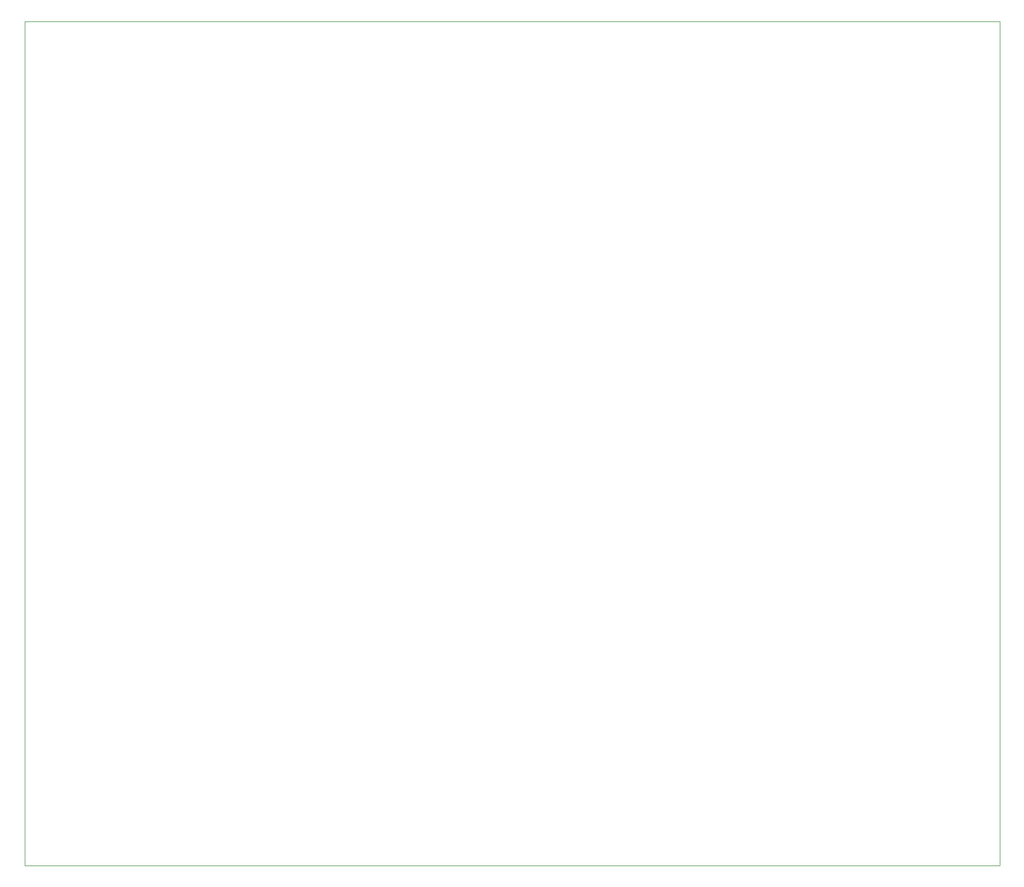
<source format=gbr>
G04 (created by PCBNEW (2013-jul-07)-stable) date Fri 28 Nov 2014 01:10:13 PM PST*
%MOIN*%
G04 Gerber Fmt 3.4, Leading zero omitted, Abs format*
%FSLAX34Y34*%
G01*
G70*
G90*
G04 APERTURE LIST*
%ADD10C,0.00590551*%
%ADD11C,0.00393701*%
G04 APERTURE END LIST*
G54D10*
G54D11*
X74015Y-14173D02*
X74015Y-65354D01*
X14960Y-65354D02*
X74015Y-65354D01*
X14960Y-14173D02*
X14960Y-65354D01*
X14960Y-14173D02*
X74015Y-14173D01*
M02*

</source>
